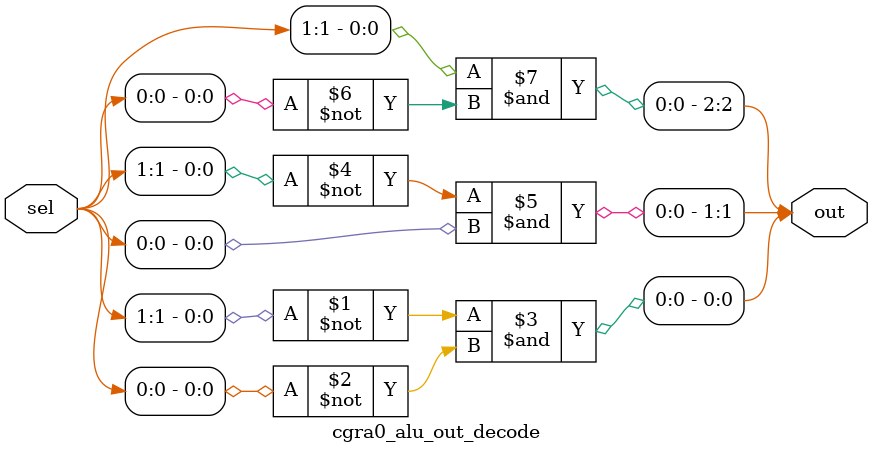
<source format=v>

module cgra0_alu_out_decode
(
  input [2-1:0] sel,
  output [3-1:0] out
);

  assign out[0] = ~sel[1] & ~sel[0];
  assign out[1] = ~sel[1] & sel[0];
  assign out[2] = sel[1] & ~sel[0];

endmodule

</source>
